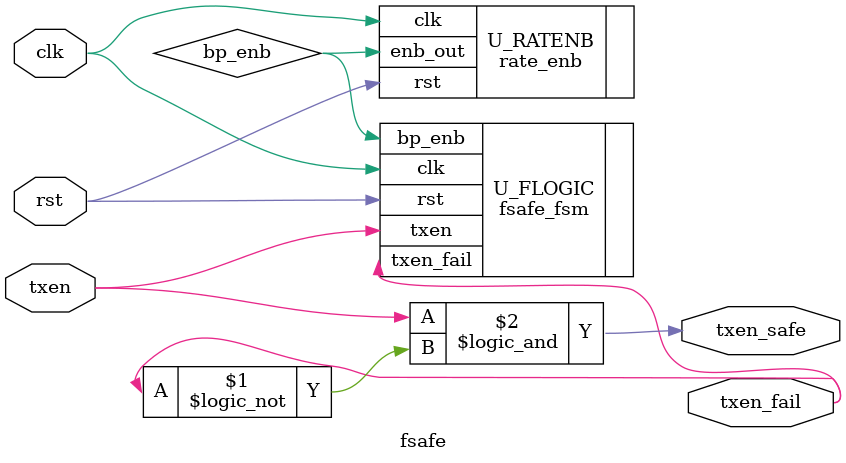
<source format=sv>
module fsafe(
    input clk, rst, txen,
    output txen_safe, txen_fail
    );
    parameter BPLIMIT = 512;
    parameter BIT_RATE = 50000;

    logic bp_enb;

    rate_enb #(.RATE_HZ(BIT_RATE)) U_RATENB (
        .clk, .rst, .enb_out(bp_enb)
    );

    fsafe_fsm #(.BPLIMIT(BPLIMIT)) U_FLOGIC (
        .clk, .rst, .txen, .bp_enb, .txen_fail
    );

    assign txen_safe = txen && (!txen_fail);

endmodule: fsafe

</source>
